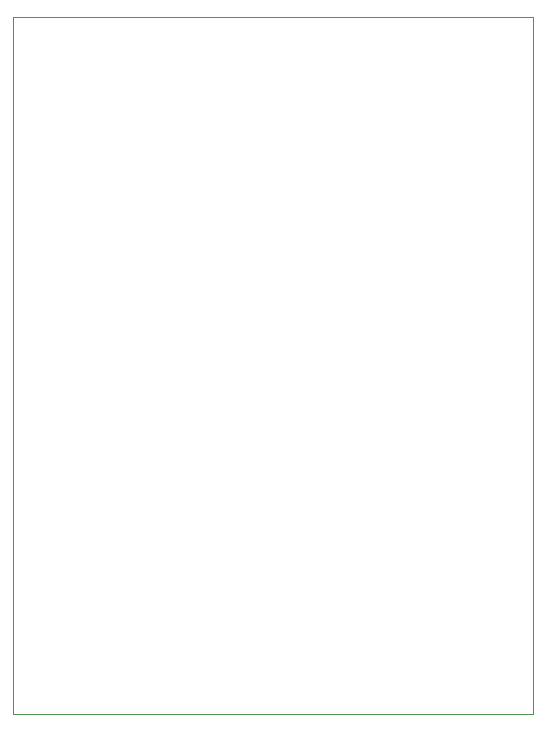
<source format=gbr>
%TF.GenerationSoftware,KiCad,Pcbnew,6.0.10+dfsg-1~bpo11+1*%
%TF.CreationDate,2023-02-14T21:12:36+00:00*%
%TF.ProjectId,Gazpar,47617a70-6172-42e6-9b69-6361645f7063,rev?*%
%TF.SameCoordinates,Original*%
%TF.FileFunction,Profile,NP*%
%FSLAX45Y45*%
G04 Gerber Fmt 4.5, Leading zero omitted, Abs format (unit mm)*
G04 Created by KiCad (PCBNEW 6.0.10+dfsg-1~bpo11+1) date 2023-02-14 21:12:36*
%MOMM*%
%LPD*%
G01*
G04 APERTURE LIST*
%TA.AperFunction,Profile*%
%ADD10C,0.050000*%
%TD*%
G04 APERTURE END LIST*
D10*
X15000000Y-4100000D02*
X15000000Y-10000000D01*
X15000000Y-4100000D02*
X19400000Y-4100000D01*
X19400000Y-4100000D02*
X19400000Y-10000000D01*
X15000000Y-10000000D02*
X19400000Y-10000000D01*
M02*

</source>
